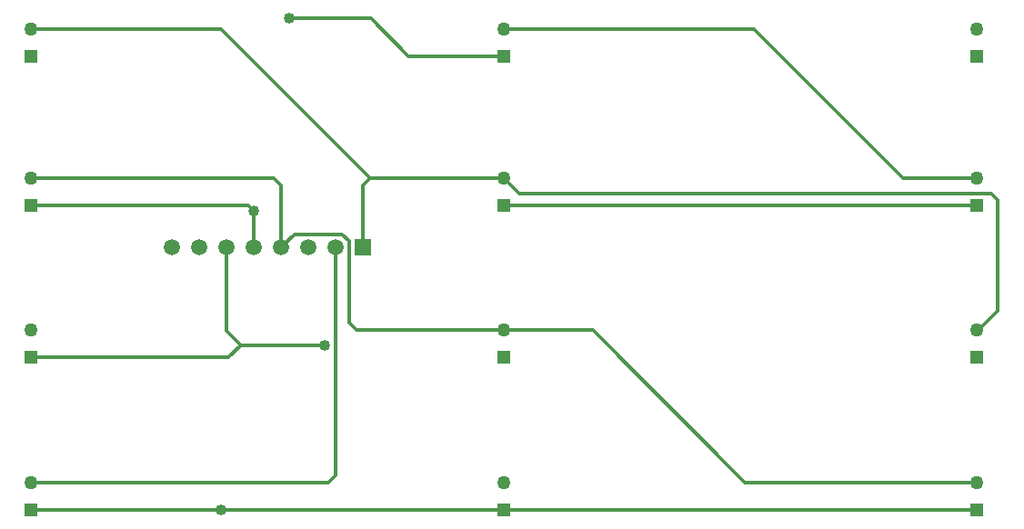
<source format=gbr>
G04 DipTrace 2.4.0.2*
%INTop.gbr*%
%MOIN*%
%ADD13C,0.013*%
%ADD14R,0.0591X0.0591*%
%ADD15C,0.0591*%
%ADD16C,0.05*%
%ADD17R,0.05X0.05*%
%ADD18C,0.04*%
%FSLAX44Y44*%
G04*
G70*
G90*
G75*
G01*
%LNTop*%
%LPD*%
X23956Y22518D2*
D13*
X20473D1*
X19078Y23912D1*
X16080D1*
X6634Y17037D2*
X14602D1*
X14795Y16844D1*
Y15494D1*
X13795D2*
Y12427D1*
X14315Y11907D1*
X13870Y11462D1*
X6634D1*
X23956Y17037D2*
X41279D1*
X14315Y11907D2*
X17400D1*
X41279Y17037D2*
D3*
X6634Y5884D2*
X13585D1*
X23956D2*
X41279D1*
X13585D2*
X23956D1*
X6634Y23518D2*
X13574D1*
X19055Y18037D1*
X23956D1*
X19055D2*
X18795Y17777D1*
Y15494D1*
X23956Y18037D2*
X24511Y17482D1*
X41811D1*
X42071Y17222D1*
Y13167D1*
X41366Y12462D1*
X41279D1*
X17795Y15494D2*
Y7144D1*
X17535Y6884D1*
X6634D1*
X23956Y23518D2*
X33112D1*
X38592Y18037D1*
X41279D1*
X6634D2*
X15535D1*
X15795Y17777D1*
Y15494D1*
X23956Y12462D2*
X27208D1*
X32787Y6884D1*
X41279D1*
X15795Y15494D2*
X16285Y15984D1*
X18025D1*
X18285Y15724D1*
Y12722D1*
X18545Y12462D1*
X23956D1*
D18*
X16080Y23912D3*
X14795Y16844D3*
X17400Y11907D3*
X13585Y5884D3*
D14*
X18795Y15494D3*
D15*
X17795D3*
X16795D3*
X15795D3*
X14795D3*
X13795D3*
X12795D3*
X11795D3*
D16*
X6634Y23518D3*
D17*
Y22518D3*
D16*
X23956Y23518D3*
D17*
Y22518D3*
D16*
X41279Y23518D3*
D17*
Y22518D3*
D16*
X6634Y18037D3*
D17*
Y17037D3*
D16*
X23956Y18037D3*
D17*
Y17037D3*
D16*
X41279Y18037D3*
D17*
Y17037D3*
D16*
X6634Y12462D3*
D17*
Y11462D3*
D16*
X23956Y12462D3*
D17*
Y11462D3*
D16*
X41279Y12462D3*
D17*
Y11462D3*
D16*
X6634Y6884D3*
D17*
Y5884D3*
D16*
X23956Y6884D3*
D17*
Y5884D3*
D16*
X41279Y6884D3*
D17*
Y5884D3*
M02*

</source>
